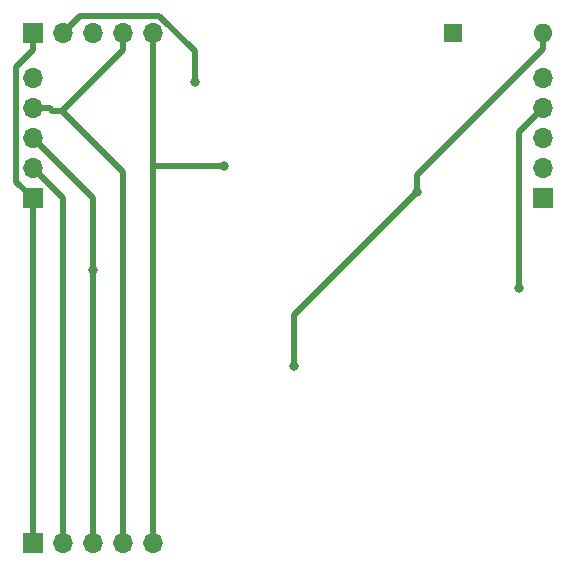
<source format=gbl>
G04 #@! TF.GenerationSoftware,KiCad,Pcbnew,7.0.7*
G04 #@! TF.CreationDate,2024-02-28T11:49:35+01:00*
G04 #@! TF.ProjectId,bottom_test,626f7474-6f6d-45f7-9465-73742e6b6963,rev?*
G04 #@! TF.SameCoordinates,Original*
G04 #@! TF.FileFunction,Copper,L2,Bot*
G04 #@! TF.FilePolarity,Positive*
%FSLAX46Y46*%
G04 Gerber Fmt 4.6, Leading zero omitted, Abs format (unit mm)*
G04 Created by KiCad (PCBNEW 7.0.7) date 2024-02-28 11:49:35*
%MOMM*%
%LPD*%
G01*
G04 APERTURE LIST*
G04 #@! TA.AperFunction,ComponentPad*
%ADD10R,1.700000X1.700000*%
G04 #@! TD*
G04 #@! TA.AperFunction,ComponentPad*
%ADD11O,1.700000X1.700000*%
G04 #@! TD*
G04 #@! TA.AperFunction,ComponentPad*
%ADD12R,1.600000X1.600000*%
G04 #@! TD*
G04 #@! TA.AperFunction,ComponentPad*
%ADD13O,1.600000X1.600000*%
G04 #@! TD*
G04 #@! TA.AperFunction,ViaPad*
%ADD14C,0.800000*%
G04 #@! TD*
G04 #@! TA.AperFunction,Conductor*
%ADD15C,0.500000*%
G04 #@! TD*
G04 APERTURE END LIST*
D10*
X30480000Y-44450000D03*
D11*
X30480000Y-41910000D03*
X30480000Y-39370000D03*
X30480000Y-36830000D03*
X30480000Y-34290000D03*
D10*
X30480000Y-73660000D03*
D11*
X33020000Y-73660000D03*
X35560000Y-73660000D03*
X38100000Y-73660000D03*
X40640000Y-73660000D03*
D12*
X66040000Y-30480000D03*
D13*
X73660000Y-30480000D03*
D10*
X30480000Y-30480000D03*
D11*
X33020000Y-30480000D03*
X35560000Y-30480000D03*
X38100000Y-30480000D03*
X40640000Y-30480000D03*
D10*
X73660000Y-44450000D03*
D11*
X73660000Y-41910000D03*
X73660000Y-39370000D03*
X73660000Y-36830000D03*
X73660000Y-34290000D03*
D14*
X44168700Y-34559800D03*
X71636200Y-52069900D03*
X35560000Y-50494900D03*
X46677200Y-41719100D03*
X63014900Y-43872500D03*
X52595300Y-58598000D03*
D15*
X30480000Y-44450000D02*
X30480000Y-73660000D01*
X29078100Y-43048100D02*
X29078100Y-33283800D01*
X30480000Y-44450000D02*
X29078100Y-43048100D01*
X30480000Y-30480000D02*
X30480000Y-31881900D01*
X29078100Y-33283800D02*
X30480000Y-31881900D01*
X41172400Y-29008000D02*
X44168700Y-32004300D01*
X33020000Y-73660000D02*
X33020000Y-44450000D01*
X33020000Y-44450000D02*
X30480000Y-41910000D01*
X44168700Y-32004300D02*
X44168700Y-34559800D01*
X34492000Y-29008000D02*
X41172400Y-29008000D01*
X33020000Y-30480000D02*
X34492000Y-29008000D01*
X31881900Y-36830000D02*
X32092800Y-37040900D01*
X38100000Y-31881900D02*
X32941000Y-37040900D01*
X38100000Y-30480000D02*
X38100000Y-31881900D01*
X32092800Y-37040900D02*
X32941000Y-37040900D01*
X32941000Y-37040900D02*
X38100000Y-42199900D01*
X71636200Y-38853800D02*
X71636200Y-52069900D01*
X73660000Y-36830000D02*
X71636200Y-38853800D01*
X30480000Y-36830000D02*
X31881900Y-36830000D01*
X38100000Y-42199900D02*
X38100000Y-73660000D01*
X35560000Y-50494900D02*
X35560000Y-44450000D01*
X35560000Y-73660000D02*
X35560000Y-50494900D01*
X35560000Y-44450000D02*
X30480000Y-39370000D01*
X40640000Y-30480000D02*
X40640000Y-31881900D01*
X46677200Y-41719100D02*
X40640000Y-41719100D01*
X40640000Y-41719100D02*
X40640000Y-73660000D01*
X40640000Y-31881900D02*
X40640000Y-41719100D01*
X52595300Y-54292100D02*
X52595300Y-58598000D01*
X73660000Y-30480000D02*
X73660000Y-31831900D01*
X63014900Y-43872500D02*
X52595300Y-54292100D01*
X73660000Y-31831900D02*
X63014900Y-42477000D01*
X63014900Y-42477000D02*
X63014900Y-43872500D01*
M02*

</source>
